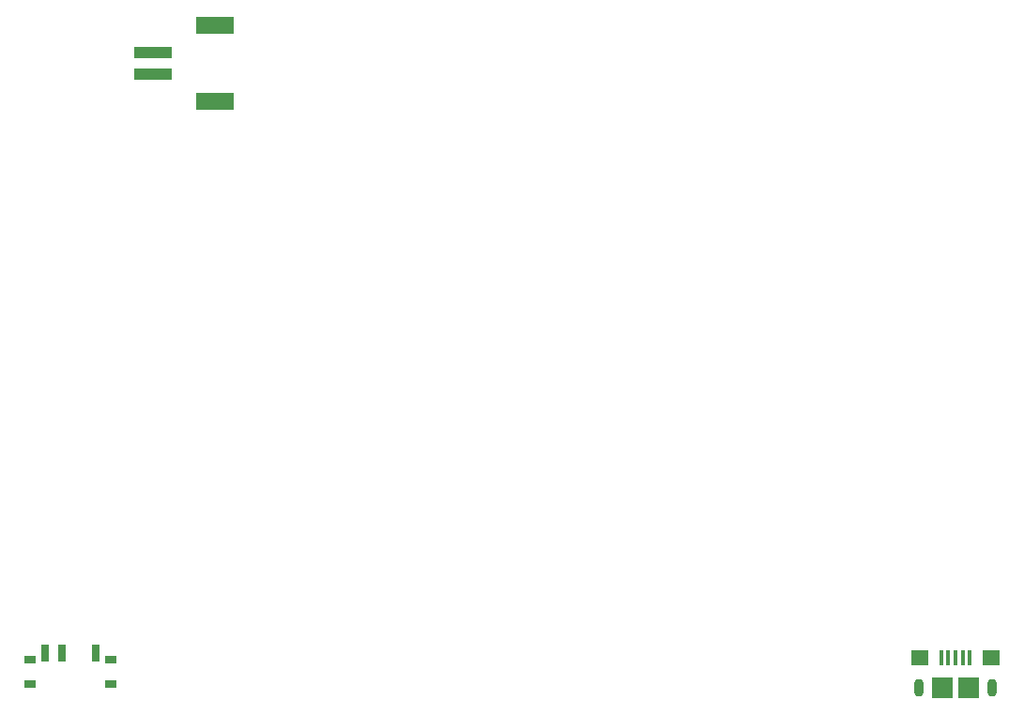
<source format=gbp>
G04 #@! TF.GenerationSoftware,KiCad,Pcbnew,(2016-12-18 revision 3ffa37c)-master*
G04 #@! TF.CreationDate,2017-03-28T17:58:32-07:00*
G04 #@! TF.ProjectId,badge-kicad,62616467652D6B696361642E6B696361,rev?*
G04 #@! TF.FileFunction,Paste,Bot*
G04 #@! TF.FilePolarity,Positive*
%FSLAX46Y46*%
G04 Gerber Fmt 4.6, Leading zero omitted, Abs format (unit mm)*
G04 Created by KiCad (PCBNEW (2016-12-18 revision 3ffa37c)-master) date Tuesday, March 28, 2017 'PMt' 05:58:32 PM*
%MOMM*%
%LPD*%
G01*
G04 APERTURE LIST*
%ADD10C,0.150000*%
%ADD11R,0.398780X1.348740*%
%ADD12O,0.899160X1.597660*%
%ADD13R,1.597660X1.399540*%
%ADD14R,1.899920X1.899920*%
%ADD15R,3.400000X1.600000*%
%ADD16R,3.500000X1.000000*%
%ADD17R,1.000000X0.800000*%
%ADD18R,0.700000X1.500000*%
G04 APERTURE END LIST*
D10*
D11*
X188427940Y-122792000D03*
X187777700Y-122792000D03*
X187130000Y-122792000D03*
X186482300Y-122792000D03*
X185832060Y-122792000D03*
D12*
X190429460Y-125461540D03*
X183830540Y-125461540D03*
D13*
X190327860Y-122792000D03*
X183932140Y-122792000D03*
D14*
X188328880Y-125466620D03*
X185931120Y-125466620D03*
D15*
X120305000Y-72562000D03*
X120305000Y-65762000D03*
D16*
X114755000Y-70162000D03*
X114755000Y-68162000D03*
D17*
X110930000Y-122987000D03*
X103630000Y-122987000D03*
X103630000Y-125187000D03*
X110930000Y-125187000D03*
D18*
X105030000Y-122337000D03*
X106530000Y-122337000D03*
X109530000Y-122337000D03*
M02*

</source>
